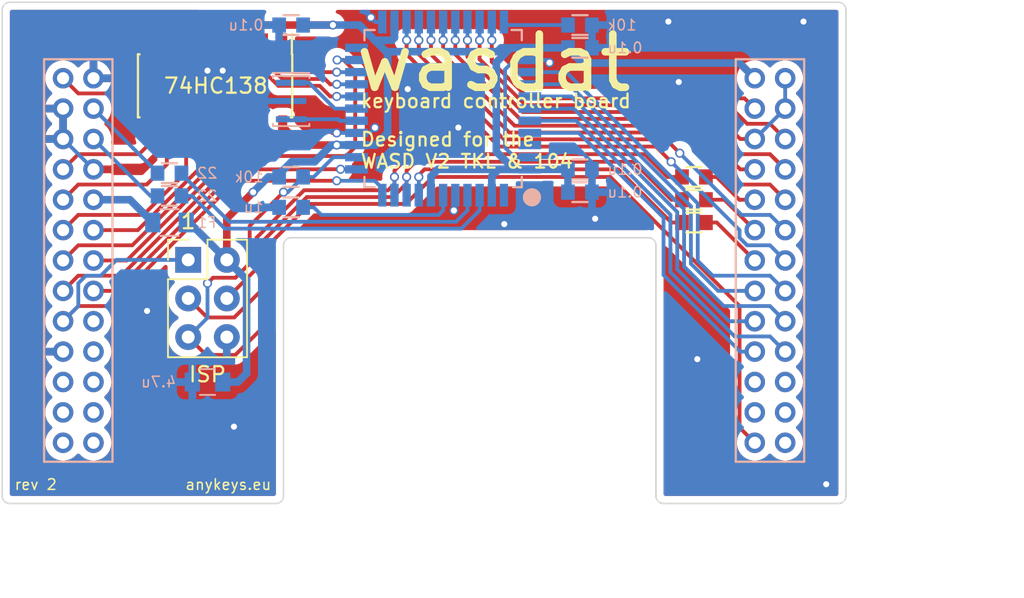
<source format=kicad_pcb>
(kicad_pcb (version 20210228) (generator pcbnew)
  (layers (0 "F.Cu" signal) (31 "B.Cu" signal) (34 "B.Paste" user) (35 "F.Paste" user) (36 "B.SilkS" user "B.Silkscreen") (37 "F.SilkS" user "F.Silkscreen") (38 "B.Mask" user) (39 "F.Mask" user) (44 "Edge.Cuts" user))
  (net 0 "")
  (net 1 "GND")
  (net 2 "VCC")
  (net 3 "Net-(C6-Pad1)")
  (net 4 "D+")
  (net 5 "D-")
  (net 6 "col1")
  (net 7 "row7")
  (net 8 "row6")
  (net 9 "row5")
  (net 10 "row4")
  (net 11 "row3")
  (net 12 "row2")
  (net 13 "row1")
  (net 14 "LED_caps")
  (net 15 "LED_scroll")
  (net 16 "col4")
  (net 17 "col3")
  (net 18 "col2")
  (net 19 "col0")
  (net 20 "DIP_1")
  (net 21 "Net-(H2-Pad13)")
  (net 22 "Net-(H2-Pad11)")
  (net 23 "col5")
  (net 24 "Net-(H2-Pad9)")
  (net 25 "LED_num")
  (net 26 "row0")
  (net 27 "MISO")
  (net 28 "col14")
  (net 29 "col13")
  (net 30 "col12")
  (net 31 "col11")
  (net 32 "col10")
  (net 33 "col9")
  (net 34 "col8")
  (net 35 "col7")
  (net 36 "col6")
  (net 37 "A0")
  (net 38 "A1")
  (net 39 "A2")
  (net 40 "Net-(F1-Pad2)")
  (net 41 "Net-(U1-Pad16)")
  (net 42 "Net-(U1-Pad17)")
  (net 43 "Net-(R1-Pad1)")
  (net 44 "Net-(R2-Pad1)")
  (net 45 "Net-(R4-Pad1)")
  (footprint "footprints:PinHeader_2x13_P2.00mm_Vertical" (layer "F.Cu") (at 4 5)
    (fp_text reference "H1" hide)
    (fp_text value "Left")
  )
  (footprint "Keeb_components:isp_standard" (layer "F.Cu") (at 13.5 19.5)
    (fp_text reference "J1" hide)
    (fp_text value "ISP")
  )
  (footprint "footprints:PinHeader_2x13_P2.00mm_Vertical" (layer "F.Cu") (at 49.5 5)
    (fp_text reference "H2" hide)
    (fp_text value "Right")
  )
  (footprint "Keeb_components:R_0603" (layer "F.Cu") (at 45.5 13 180)
    (fp_text reference "R6" hide)
    (fp_text value "1k" hide)
  )
  (footprint "Package_SO:SOIC-16_3.9x9.9mm_P1.27mm" (layer "F.Cu") (at 14 5.5 -90)
    (fp_text reference "U2" hide)
    (fp_text value "74HC138")
  )
  (footprint "Keeb_components:R_0603" (layer "F.Cu") (at 45.5 14.5 180)
    (fp_text reference "R7" hide)
    (fp_text value "1k" hide)
  )
  (footprint "Keeb_components:R_0603" (layer "F.Cu") (at 45.5 11.5 180)
    (fp_text reference "R5" hide)
    (fp_text value "1k" hide)
  )
  (footprint "Keeb_components:C_0603" (layer "B.Cu") (at 38 11)
    (fp_text reference "C4" hide)
    (fp_text value "0.1u")
  )
  (footprint "Keeb_components:C_0603" (layer "B.Cu") (at 19 13.5 180)
    (fp_text reference "C6" hide)
    (fp_text value "1u")
  )
  (footprint "Keeb_components:C_0603" (layer "B.Cu") (at 19 1.5 180)
    (fp_text reference "C1" hide)
    (fp_text value "0.1u")
  )
  (footprint "Keeb_components:C_0603" (layer "B.Cu") (at 38 3)
    (fp_text reference "C2" hide)
    (fp_text value "0.1u")
  )
  (footprint "Keeb_components:R_0603" (layer "B.Cu") (at 38 1.5)
    (fp_text reference "R4" hide)
    (fp_text value "10k")
  )
  (footprint "Keeb_components:C_0603" (layer "B.Cu") (at 38 12.5)
    (fp_text reference "C3" hide)
    (fp_text value "0.1u")
  )
  (footprint "Keeb_components:R_0603" (layer "B.Cu") (at 19 11.5)
    (fp_text reference "R3" hide)
    (fp_text value "10k")
  )
  (footprint "Keeb_components:R_0603" (layer "B.Cu") (at 11 11.25 180)
    (fp_text reference "R1" hide)
    (fp_text value "22")
  )
  (footprint "Keeb_components:R_0603" (layer "B.Cu") (at 11 12.75 180)
    (fp_text reference "R2" hide)
    (fp_text value "22")
  )
  (footprint "Keeb_components:Resonator_SMD_muRata_CSTNExxV-3Pin-p1.2" (layer "B.Cu") (at 19 6.5 -90)
    (fp_text reference "X1" hide)
    (fp_text value "16mhz")
  )
  (footprint "Keeb_components:C_0805" (layer "B.Cu") (at 13.5 25 180)
    (fp_text reference "C5")
    (fp_text value "4.7u")
  )
  (footprint "Keeb_components:R_0805" (layer "B.Cu") (at 11 14.5 180)
    (fp_text reference "F1")
    (fp_text value "Polyfuse_Small" hide)
  )
  (footprint "Keeb_components:ATMEGA32U4" (layer "B.Cu") (at 29 7 90)
    (fp_text reference "U1" hide)
    (fp_text value "ATmega32U4")
  )
  (gr_arc (start 0.5 0.5) (end 0.5 0) (angle -90) (layer "Edge.Cuts") (width 0.1))
  (gr_line (start 0.5 0) (end 55 0) (layer "Edge.Cuts") (width 0.1))
  (gr_arc (start 19 16) (end 19 15.5) (angle -90) (layer "Edge.Cuts") (width 0.1))
  (gr_line (start 18 33) (end 0.5 33) (layer "Edge.Cuts") (width 0.1))
  (gr_arc (start 18 32.5) (end 18 33) (angle -90) (layer "Edge.Cuts") (width 0.1))
  (gr_line (start 55.5 0.5) (end 55.5 32.5) (layer "Edge.Cuts") (width 0.1))
  (gr_line (start 18.5 16) (end 18.5 32.5) (layer "Edge.Cuts") (width 0.1))
  (gr_line (start 55 33) (end 43.5 33) (layer "Edge.Cuts") (width 0.1))
  (gr_line (start 42.5 15.5) (end 19 15.5) (layer "Edge.Cuts") (width 0.1))
  (gr_arc (start 42.5 16) (end 43 16) (angle -90) (layer "Edge.Cuts") (width 0.1))
  (gr_line (start 0 0.5) (end 0 32.5) (layer "Edge.Cuts") (width 0.1))
  (gr_arc (start 43.5 32.5) (end 43 32.5) (angle -90) (layer "Edge.Cuts") (width 0.1))
  (gr_line (start 43 32.5) (end 43 16) (layer "Edge.Cuts") (width 0.1))
  (gr_arc (start 0.5 32.5) (end 0 32.5) (angle -90) (layer "Edge.Cuts") (width 0.1))
  (gr_arc (start 55 32.5) (end 55 33) (angle -90) (layer "Edge.Cuts") (width 0.1))
  (gr_arc (start 55 0.5) (end 55.5 0.5) (angle -90) (layer "Edge.Cuts") (width 0.1))
  (gr_text "anykeys.eu" (at 17.75 31.75) (layer "F.SilkS") (effects (font (size 0.7 0.7) (thickness 0.1)) (justify right)))
  (gr_text "wasdat" (at 23 4) (layer "F.SilkS") (effects (font (size 3.5 3.5) (thickness 0.5)) (justify left)))
  (gr_text "Designed for the\nWASD V2 TKL & 104" (at 23.5 9.75) (layer "F.SilkS") (effects (font (size 0.9 0.9)) (justify left)))
  (gr_text "rev 2" (at 0.75 31.75) (layer "F.SilkS") (effects (font (size 0.7 0.7) (thickness 0.1)) (justify left)))
  (gr_text "keyboard controller board" (at 23.5 6.5) (layer "F.SilkS") (effects (font (size 0.9 0.9)) (justify left)))
  (segment (start 13.365 4.365) (end 13.5 4.5) (width 0.25) (layer "F.Cu") (net 1))
  (segment (start 14.635 4.365) (end 14.5 4.5) (width 0.25) (layer "F.Cu") (net 1))
  (segment (start 13.365 2.8) (end 13.365 4.365) (width 0.25) (layer "F.Cu") (net 1))
  (segment (start 21.696892 8.600006) (end 21.431268 8.334382) (width 0.25) (layer "F.Cu") (net 1))
  (segment (start 14.635 2.8) (end 14.635 4.365) (width 0.25) (layer "F.Cu") (net 1))
  (segment (start 22 8.600006) (end 21.696892 8.600006) (width 0.25) (layer "F.Cu") (net 1))
  (via (at 22 8.600006) (size 0.6) (drill 0.4) (layers "F.Cu" "B.Cu") (net 1))
  (via (at 52.705 1.27) (size 0.6) (drill 0.4) (layers "F.Cu" "B.Cu") (net 1))
  (via (at 44.5 5.25) (size 0.6) (drill 0.4) (layers "F.Cu" "B.Cu") (net 1))
  (via (at 26.67 5.715) (size 0.6) (drill 0.4) (layers "F.Cu" "B.Cu") (net 1))
  (via (at 36 3.975) (size 0.6) (drill 0.4) (layers "F.Cu" "B.Cu") (net 1))
  (via (at 45.72 23.495) (size 0.6) (drill 0.4) (layers "F.Cu" "B.Cu") (net 1))
  (via (at 13.5 4.5) (size 0.6) (drill 0.4) (layers "F.Cu" "B.Cu") (net 1))
  (via (at 24.25 1) (size 0.6) (drill 0.4) (layers "F.Cu" "B.Cu") (net 1))
  (via (at 33.02 14.605) (size 0.6) (drill 0.4) (layers "F.Cu" "B.Cu") (net 1))
  (via (at 15.24 27.94) (size 0.6) (drill 0.4) (layers "F.Cu" "B.Cu") (net 1))
  (via (at 9.525 20.32) (size 0.6) (drill 0.4) (layers "F.Cu" "B.Cu") (net 1))
  (via (at 54.200087 31.73161) (size 0.6) (drill 0.4) (layers "F.Cu" "B.Cu") (net 1))
  (via (at 29.708058 13.708058) (size 0.6) (drill 0.4) (layers "F.Cu" "B.Cu") (net 1))
  (via (at 30 8.25) (size 0.6) (drill 0.4) (layers "F.Cu" "B.Cu") (net 1))
  (via (at 14.5 4.5) (size 0.6) (drill 0.4) (layers "F.Cu" "B.Cu") (net 1))
  (via (at 43.815 1.27) (size 0.6) (drill 0.4) (layers "F.Cu" "B.Cu") (net 1))
  (via (at 24.516004 8.256223) (size 0.6) (drill 0.4) (layers "F.Cu" "B.Cu") (net 1))
  (via (at 39 14.25) (size 0.6) (drill 0.4) (layers "F.Cu" "B.Cu") (net 1))
  (segment (start 33.7 3.8) (end 33.07501 4.42499) (width 0.25) (layer "B.Cu") (net 1))
  (segment (start 4 9) (end 6 11) (width 0.25) (layer "B.Cu") (net 1))
  (segment (start 38.7875 11) (end 38.7875 12.5) (width 0.25) (layer "B.Cu") (net 1))
  (segment (start 35.825 3.8) (end 36 3.975) (width 0.25) (layer "B.Cu") (net 1))
  (segment (start 24.172227 8.6) (end 24.516004 8.256223) (width 0.25) (layer "B.Cu") (net 1))
  (segment (start 38.7875 12.5) (end 38.7875 14.0375) (width 0.25) (layer "B.Cu") (net 1))
  (segment (start 33.7 10.2) (end 34.7 10.2) (width 0.25) (layer "B.Cu") (net 1))
  (segment (start 38.7875 10.5375) (end 38 9.75) (width 0.25) (layer "B.Cu") (net 1))
  (segment (start 38.7875 14.0375) (end 39 14.25) (width 0.25) (layer "B.Cu") (net 1))
  (segment (start 36.2 10.2) (end 34.7 10.2) (width 0.25) (layer "B.Cu") (net 1))
  (segment (start 23.3 8.6) (end 24.172227 8.6) (width 0.25) (layer "B.Cu") (net 1))
  (segment (start 29.8 13.616116) (end 29.708058 13.708058) (width 0.25) (layer "B.Cu") (net 1))
  (segment (start 29.8 12.7) (end 29.8 13.616116) (width 0.25) (layer "B.Cu") (net 1))
  (segment (start 24.55 1.3) (end 24.25 1) (width 0.25) (layer "B.Cu") (net 1))
  (segment (start 33.07501 9.57501) (end 33.7 10.2) (width 0.25) (layer "B.Cu") (net 1))
  (segment (start 38.7875 11) (end 38.7875 10.5375) (width 0.25) (layer "B.Cu") (net 1))
  (segment (start 25 1.3) (end 24.55 1.3) (width 0.25) (layer "B.Cu") (net 1))
  (segment (start 36.65 9.75) (end 36.2 10.2) (width 0.25) (layer "B.Cu") (net 1))
  (segment (start 33.07501 4.42499) (end 33.07501 9.57501) (width 0.25) (layer "B.Cu") (net 1))
  (segment (start 22.000006 8.6) (end 22 8.600006) (width 0.25) (layer "B.Cu") (net 1))
  (segment (start 38 9.75) (end 36.65 9.75) (width 0.25) (layer "B.Cu") (net 1))
  (segment (start 23.3 8.6) (end 22.000006 8.6) (width 0.25) (layer "B.Cu") (net 1))
  (segment (start 34.7 3.8) (end 35.825 3.8) (width 0.25) (layer "B.Cu") (net 1))
  (segment (start 34.7 3.8) (end 33.7 3.8) (width 0.25) (layer "B.Cu") (net 1))
  (segment (start 12.095 2.35) (end 12.945 1.5) (width 0.5) (layer "F.Cu") (net 2))
  (segment (start 12.945 1.5) (end 21.75 1.5) (width 0.5) (layer "F.Cu") (net 2))
  (segment (start 19.645009 9.400009) (end 18.445 8.2) (width 0.5) (layer "F.Cu") (net 2))
  (segment (start 22 9.400009) (end 19.645009 9.400009) (width 0.5) (layer "F.Cu") (net 2))
  (segment (start 14.77 16.96) (end 14.77 14.23) (width 0.5) (layer "F.Cu") (net 2))
  (segment (start 14.77 14.23) (end 16.5 12.5) (width 0.5) (layer "F.Cu") (net 2))
  (segment (start 12.095 2.8) (end 12.095 2.35) (width 0.5) (layer "F.Cu") (net 2))
  (via (at 22 9.400009) (size 0.6) (drill 0.4) (layers "F.Cu" "B.Cu") (net 2))
  (via (at 21.75 1.5) (size 0.6) (drill 0.4) (layers "F.Cu" "B.Cu") (net 2))
  (via (at 16.5 12.5) (size 0.6) (drill 0.4) (layers "F.Cu" "B.Cu") (net 2))
  (segment (start 15.5 25) (end 16.070001 24.429999) (width 0.5) (layer "B.Cu") (net 2))
  (segment (start 25.8 2.335002) (end 25.635001 2.500001) (width 0.5) (layer "B.Cu") (net 2))
  (segment (start 34.7 11) (end 33.664998 11) (width 0.5) (layer "B.Cu") (net 2))
  (segment (start 32.810014 3) (end 32.560013 3.250001) (width 0.5) (layer "B.Cu") (net 2))
  (segment (start 21.75 1.5) (end 19.7875 1.5) (width 0.5) (layer "B.Cu") (net 2))
  (segment (start 20.547502 10.5) (end 19.027498 10.5) (width 0.5) (layer "B.Cu") (net 2))
  (segment (start 37.2125 3.05) (end 37.2125 3) (width 0.5) (layer "B.Cu") (net 2))
  (segment (start 17.5 11.5) (end 16.5 12.5) (width 0.5) (layer "B.Cu") (net 2))
  (segment (start 22.000009 9.4) (end 22 9.400009) (width 0.5) (layer "B.Cu") (net 2))
  (segment (start 25.635001 2.500001) (end 24.500001 2.500001) (width 0.5) (layer "B.Cu") (net 2))
  (segment (start 24.500001 2.500001) (end 23.5 1.5) (width 0.5) (layer "B.Cu") (net 2))
  (segment (start 32.65 11) (end 32.2 11.45) (width 0.5) (layer "B.Cu") (net 2))
  (segment (start 25.8 1.3) (end 25.8 2.335002) (width 0.5) (layer "B.Cu") (net 2))
  (segment (start 23.3 9.4) (end 21.647502 9.4) (width 0.5) (layer "B.Cu") (net 2))
  (segment (start 33.664998 11) (end 28.65 11) (width 0.5) (layer "B.Cu") (net 2))
  (segment (start 48.5 4) (end 49.5 5) (width 0.5) (layer "B.Cu") (net 2))
  (segment (start 34.7 3) (end 32.810014 3) (width 0.5) (layer "B.Cu") (net 2))
  (segment (start 25.35 8.6) (end 25.35 7.9) (width 0.5) (layer "B.Cu") (net 2))
  (segment (start 33.45 3) (end 34.7 3) (width 0.5) (layer "B.Cu") (net 2))
  (segment (start 12.31 14.5) (end 14.77 16.96) (width 0.5) (layer "B.Cu") (net 2))
  (segment (start 23.3 9.4) (end 22.000009 9.4) (width 0.5) (layer "B.Cu") (net 2))
  (segment (start 18.2125 11.5) (end 17.5 11.5) (width 0.5) (layer "B.Cu") (net 2))
  (segment (start 14.5 25) (end 15.5 25) (width 0.5) (layer "B.Cu") (net 2))
  (segment (start 28.2 11.45) (end 28.2 12.7) (width 0.5) (layer "B.Cu") (net 2))
  (segment (start 32.560013 3.250001) (end 25.250001 3.250001) (width 0.5) (layer "B.Cu") (net 2))
  (segment (start 32.2 11.45) (end 32.2 12.7) (width 0.5) (layer "B.Cu") (net 2))
  (segment (start 38.1625 4) (end 48.5 4) (width 0.5) (layer "B.Cu") (net 2))
  (segment (start 28.65 11) (end 28.2 11.45) (width 0.5) (layer "B.Cu") (net 2))
  (segment (start 32.5 3.95) (end 33.45 3) (width 0.5) (layer "B.Cu") (net 2))
  (segment (start 37.2125 11) (end 34.7 11) (width 0.5) (layer "B.Cu") (net 2))
  (segment (start 23.5 1.5) (end 22.5 1.5) (width 0.5) (layer "B.Cu") (net 2))
  (segment (start 25.250001 3.250001) (end 24.500001 2.500001) (width 0.5) (layer "B.Cu") (net 2))
  (segment (start 16.070001 18.260001) (end 15.619999 17.809999) (width 0.5) (layer "B.Cu") (net 2))
  (segment (start 37.2125 3) (end 34.7 3) (width 0.5) (layer "B.Cu") (net 2))
  (segment (start 15.619999 17.809999) (end 14.77 16.96) (width 0.5) (layer "B.Cu") (net 2))
  (segment (start 24.55 9.4) (end 25.35 8.6) (width 0.5) (layer "B.Cu") (net 2))
  (segment (start 37.2125 3.05) (end 38.1625 4) (width 0.5) (layer "B.Cu") (net 2))
  (segment (start 33.664998 11) (end 32.5 9.835002) (width 0.5) (layer "B.Cu") (net 2))
  (segment (start 19.027498 10.5) (end 18.2125 11.314998) (width 0.5) (layer "B.Cu") (net 2))
  (segment (start 34.7 11) (end 32.65 11) (width 0.5) (layer "B.Cu") (net 2))
  (segment (start 21.647502 9.4) (end 20.547502 10.5) (width 0.5) (layer "B.Cu") (net 2))
  (segment (start 18.2125 11.314998) (end 18.2125 11.5) (width 0.5) (layer "B.Cu") (net 2))
  (segment (start 12.1 14.5) (end 12.31 14.5) (width 0.5) (layer "B.Cu") (net 2))
  (segment (start 23.3 9.4) (end 24.55 9.4) (width 0.5) (layer "B.Cu") (net 2))
  (segment (start 25.35 7.9) (end 25.35 3.35) (width 0.5) (layer "B.Cu") (net 2))
  (segment (start 16.070001 24.429999) (end 16.070001 18.260001) (width 0.5) (layer "B.Cu") (net 2))
  (segment (start 22.5 1.5) (end 21.75 1.5) (width 0.5) (layer "B.Cu") (net 2))
  (segment (start 37.2125 12.5) (end 37.2125 11) (width 0.5) (layer "B.Cu") (net 2))
  (segment (start 32.5 9.835002) (end 32.5 3.95) (width 0.5) (layer "B.Cu") (net 2))
  (segment (start 25.35 3.35) (end 25.250001 3.250001) (width 0.5) (layer "B.Cu") (net 2))
  (segment (start 29 13.7) (end 29 12.7) (width 0.25) (layer "B.Cu") (net 3))
  (segment (start 20.4875 13.5) (end 20.9875 14) (width 0.25) (layer "B.Cu") (net 3))
  (segment (start 19.7875 13.5) (end 20.4875 13.5) (width 0.25) (layer "B.Cu") (net 3))
  (segment (start 20.9875 14) (end 28.7 14) (width 0.25) (layer "B.Cu") (net 3))
  (segment (start 28.7 14) (end 29 13.7) (width 0.25) (layer "B.Cu") (net 3))
  (segment (start 10.2125 11.2125) (end 10.2125 11.25) (width 0.25) (layer "B.Cu") (net 4))
  (segment (start 6 7) (end 10.2125 11.2125) (width 0.25) (layer "B.Cu") (net 4))
  (segment (start 9.75 12.75) (end 10.2125 12.75) (width 0.25) (layer "B.Cu") (net 5))
  (segment (start 6 9) (end 9.75 12.75) (width 0.25) (layer "B.Cu") (net 5))
  (segment (start 33.506076 6.493926) (end 33.506074 6.493926) (width 0.25) (layer "F.Cu") (net 6))
  (segment (start 30.600006 3) (end 30.600006 3.587857) (width 0.25) (layer "F.Cu") (net 6))
  (segment (start 30.600006 3.587858) (end 30.600006 2.5) (width 0.25) (layer "F.Cu") (net 6))
  (segment (start 30.600006 3.587857) (end 31.506074 4.493926) (width 0.25) (layer "F.Cu") (net 6))
  (segment (start 31.506074 4.493926) (end 30.600006 3.587858) (width 0.25) (layer "F.Cu") (net 6))
  (segment (start 46.770427 7.225021) (end 34.23717 7.22502) (width 0.25) (layer "F.Cu") (net 6))
  (segment (start 34.23717 7.22502) (end 33.506076 6.493926) (width 0.25) (layer "F.Cu") (net 6))
  (segment (start 48.545406 9) (end 46.770427 7.225021) (width 0.25) (layer "F.Cu") (net 6))
  (segment (start 49.5 9) (end 48.545406 9) (width 0.25) (layer "F.Cu") (net 6))
  (segment (start 31.506074 4.493926) (end 33.506074 6.493926) (width 0.25) (layer "F.Cu") (net 6))
  (via (at 30.600006 2.5) (size 0.6) (drill 0.4) (layers "F.Cu" "B.Cu") (net 6))
  (segment (start 49.5 9) (end 50.174999 8.325001) (width 0.25) (layer "B.Cu") (net 6))
  (segment (start 51.5 7) (end 51.5 5) (width 0.25) (layer "B.Cu") (net 6))
  (segment (start 50.174999 8.325001) (end 51.5 7) (width 0.25) (layer "B.Cu") (net 6))
  (segment (start 30.6 2.499994) (end 30.600006 2.5) (width 0.25) (layer "B.Cu") (net 6))
  (segment (start 30.6 1.3) (end 30.6 2.499994) (width 0.25) (layer "B.Cu") (net 6))
  (segment (start 43.95001 15.70001) (end 43.95001 16.29999) (width 0.25) (layer "B.Cu") (net 7))
  (segment (start 43.95001 15.54999) (end 43.95001 15.70001) (width 0.25) (layer "B.Cu") (net 7))
  (segment (start 50.5 22) (end 51.5 23) (width 0.25) (layer "B.Cu") (net 7))
  (segment (start 43.95001 13.991098) (end 43.95001 15.54999) (width 0.25) (layer "B.Cu") (net 7))
  (segment (start 50 22) (end 50.5 22) (width 0.25) (layer "B.Cu") (net 7))
  (segment (start 43.95001 16.29999) (end 43.95001 16.8136) (width 0.25) (layer "B.Cu") (net 7))
  (segment (start 43.95001 16.29999) (end 43.95001 17.768194) (width 0.25) (layer "B.Cu") (net 7))
  (segment (start 37.758912 7.8) (end 43.95001 13.991098) (width 0.25) (layer "B.Cu") (net 7))
  (segment (start 34.7 7.8) (end 37.758912 7.8) (width 0.25) (layer "B.Cu") (net 7))
  (segment (start 43.95001 17.768194) (end 48.181816 22) (width 0.25) (layer "B.Cu") (net 7))
  (segment (start 50 22) (end 49 22) (width 0.25) (layer "B.Cu") (net 7))
  (segment (start 48.181816 22) (end 49 22) (width 0.25) (layer "B.Cu") (net 7))
  (segment (start 48.545406 23) (end 49.5 23) (width 0.25) (layer "B.Cu") (net 8))
  (segment (start 37.922502 8.6) (end 43.5 14.177498) (width 0.25) (layer "B.Cu") (net 8))
  (segment (start 43.5 17.954594) (end 48.545406 23) (width 0.25) (layer "B.Cu") (net 8))
  (segment (start 43.5 14.177498) (end 43.5 17.954594) (width 0.25) (layer "B.Cu") (net 8))
  (segment (start 34.7 8.6) (end 37.922502 8.6) (width 0.25) (layer "B.Cu") (net 8))
  (segment (start 44.85003 17.395394) (end 47.454637 20.000001) (width 0.25) (layer "B.Cu") (net 9))
  (segment (start 34.7 6.2) (end 37.431732 6.2) (width 0.25) (layer "B.Cu") (net 9))
  (segment (start 47.454637 20.000001) (end 50.5 20) (width 0.25) (layer "B.Cu") (net 9))
  (segment (start 44.85003 13.618298) (end 44.85003 17.395394) (width 0.25) (layer "B.Cu") (net 9))
  (segment (start 37.431732 6.2) (end 44.85003 13.618298) (width 0.25) (layer "B.Cu") (net 9))
  (segment (start 50.5 20) (end 51.5 21) (width 0.25) (layer "B.Cu") (net 9))
  (segment (start 47.818226 21) (end 49.5 21) (width 0.25) (layer "B.Cu") (net 10))
  (segment (start 34.7 7) (end 37.595322 7) (width 0.25) (layer "B.Cu") (net 10))
  (segment (start 44.40002 13.804698) (end 44.40002 17.581794) (width 0.25) (layer "B.Cu") (net 10))
  (segment (start 37.595322 7) (end 44.40002 13.804698) (width 0.25) (layer "B.Cu") (net 10))
  (segment (start 44.40002 17.581794) (end 47.818226 21) (width 0.25) (layer "B.Cu") (net 10))
  (segment (start 50.5 18) (end 51.5 19) (width 0.25) (layer "B.Cu") (net 11))
  (segment (start 34.7 4.6) (end 37.104552 4.6) (width 0.25) (layer "B.Cu") (net 11))
  (segment (start 45.75005 13.245498) (end 45.75005 17.022594) (width 0.25) (layer "B.Cu") (net 11))
  (segment (start 46.727457 18.000001) (end 50.5 18) (width 0.25) (layer "B.Cu") (net 11))
  (segment (start 37.104552 4.6) (end 45.75005 13.245498) (width 0.25) (layer "B.Cu") (net 11))
  (segment (start 45.75005 17.022594) (end 46.727457 18.000001) (width 0.25) (layer "B.Cu") (net 11))
  (segment (start 45.30004 13.431898) (end 45.30004 17.208994) (width 0.25) (layer "B.Cu") (net 12))
  (segment (start 34.7 5.4) (end 37.268142 5.4) (width 0.25) (layer "B.Cu") (net 12))
  (segment (start 45.30004 17.208994) (end 47.091046 19) (width 0.25) (layer "B.Cu") (net 12))
  (segment (start 37.268142 5.4) (end 45.30004 13.431898) (width 0.25) (layer "B.Cu") (net 12))
  (segment (start 47.091046 19) (end 49.5 19) (width 0.25) (layer "B.Cu") (net 12))
  (segment (start 26.599991 2.5) (end 26.599991 3.424265) (width 0.25) (layer "F.Cu") (net 13))
  (segment (start 32.675727 9.5) (end 43 9.5) (width 0.25) (layer "F.Cu") (net 13))
  (segment (start 26.6 3.424273) (end 26.768345 3.592618) (width 0.25) (layer "F.Cu") (net 13))
  (segment (start 26.6 2.570337) (end 26.6 3.424273) (width 0.25) (layer "F.Cu") (net 13))
  (segment (start 27.087863 3.912137) (end 32.675727 9.5) (width 0.25) (layer "F.Cu") (net 13))
  (segment (start 26.599991 3.424265) (end 27.087863 3.912137) (width 0.25) (layer "F.Cu") (net 13))
  (segment (start 43 9.5) (end 44 10.5) (width 0.25) (layer "F.Cu") (net 13))
  (segment (start 26.768345 3.592618) (end 27.087863 3.912137) (width 0.25) (layer "F.Cu") (net 13))
  (via (at 44 10.5) (size 0.6) (drill 0.4) (layers "F.Cu" "B.Cu") (net 13))
  (via (at 26.599991 2.5) (size 0.6) (drill 0.4) (layers "F.Cu" "B.Cu") (net 13))
  (segment (start 50.5 16) (end 51.5 17) (width 0.25) (layer "B.Cu") (net 13))
  (segment (start 44 10.5) (end 48.499999 14.999999) (width 0.25) (layer "B.Cu") (net 13))
  (segment (start 48.499999 15.499999) (end 49 16) (width 0.25) (layer "B.Cu") (net 13))
  (segment (start 26.6 2.499991) (end 26.599991 2.5) (width 0.25) (layer "B.Cu") (net 13))
  (segment (start 26.6 1.3) (end 26.6 2.570337) (width 0.25) (layer "B.Cu") (net 13))
  (segment (start 49 16) (end 50.5 16) (width 0.25) (layer "B.Cu") (net 13))
  (segment (start 48.499999 14.999999) (end 48.499999 15.499999) (width 0.25) (layer "B.Cu") (net 13))
  (segment (start 26.6 1.3) (end 26.6 2.499991) (width 0.25) (layer "B.Cu") (net 13))
  (segment (start 27.399994 11.375001) (end 27.399994 11.5) (width 0.25) (layer "F.Cu") (net 14))
  (segment (start 27.774995 11) (end 27.399994 11.375001) (width 0.25) (layer "F.Cu") (net 14))
  (segment (start 40.5125 11) (end 27.774995 11) (width 0.25) (layer "F.Cu") (net 14))
  (segment (start 44.0125 14.5) (end 40.5125 11) (width 0.25) (layer "F.Cu") (net 14))
  (segment (start 44.7125 14.5) (end 44.0125 14.5) (width 0.25) (layer "F.Cu") (net 14))
  (via (at 27.399994 11.5) (size 0.6) (drill 0.4) (layers "F.Cu" "B.Cu") (net 14))
  (segment (start 27.4 12.7) (end 27.4 11.500006) (width 0.25) (layer "B.Cu") (net 14))
  (segment (start 27.4 11.500006) (end 27.399994 11.5) (width 0.25) (layer "B.Cu") (net 14))
  (segment (start 15.259002 20.75) (end 17.17499 18.834012) (width 0.25) (layer "F.Cu") (net 15))
  (segment (start 26.599991 11.924264) (end 26.599991 11.5) (width 0.25) (layer "F.Cu") (net 15))
  (segment (start 27.175727 10.5) (end 26.599991 11.075736) (width 0.25) (layer "F.Cu") (net 15))
  (segment (start 13.48 20.75) (end 15.259002 20.75) (width 0.25) (layer "F.Cu") (net 15))
  (segment (start 44.0125 13) (end 41.5125 10.5) (width 0.25) (layer "F.Cu") (net 15))
  (segment (start 26.599991 11.075736) (end 26.599991 11.5) (width 0.25) (layer "F.Cu") (net 15))
  (segment (start 17.17499 15.6886) (end 20.038579 12.825011) (width 0.25) (layer "F.Cu") (net 15))
  (segment (start 12.23 19.5) (end 13.48 20.75) (width 0.25) (layer "F.Cu") (net 15))
  (segment (start 41.5125 10.5) (end 27.175727 10.5) (width 0.25) (layer "F.Cu") (net 15))
  (segment (start 20.038579 12.825011) (end 25.699244 12.825011) (width 0.25) (layer "F.Cu") (net 15))
  (segment (start 17.17499 18.834012) (end 17.17499 15.6886) (width 0.25) (layer "F.Cu") (net 15))
  (segment (start 25.699244 12.825011) (end 26.599991 11.924264) (width 0.25) (layer "F.Cu") (net 15))
  (segment (start 44.7125 13) (end 44.0125 13) (width 0.25) (layer "F.Cu") (net 15))
  (via (at 26.599991 11.5) (size 0.6) (drill 0.4) (layers "F.Cu" "B.Cu") (net 15))
  (segment (start 26.6 11.500009) (end 26.599991 11.5) (width 0.25) (layer "B.Cu") (net 15))
  (segment (start 26.6 12.7) (end 26.6 11.500009) (width 0.25) (layer "B.Cu") (net 15))
  (segment (start 50.5 10) (end 50.825001 10.325001) (width 0.25) (layer "F.Cu") (net 16))
  (segment (start 29.800003 3.424264) (end 34.05077 7.67503) (width 0.25) (layer "F.Cu") (net 16))
  (segment (start 46.17503 7.67503) (end 48.5 10) (width 0.25) (layer "F.Cu") (net 16))
  (segment (start 50.825001 10.325001) (end 51.5 11) (width 0.25) (layer "F.Cu") (net 16))
  (segment (start 29.800003 3.424264) (end 29.800003 3) (width 0.25) (layer "F.Cu") (net 16))
  (segment (start 48.5 10) (end 50.5 10) (width 0.25) (layer "F.Cu") (net 16))
  (segment (start 51.5 11) (end 50.5 10) (width 0.25) (layer "F.Cu") (net 16))
  (segment (start 34.05077 7.67503) (end 46.17503 7.67503) (width 0.25) (layer "F.Cu") (net 16))
  (segment (start 29.800003 2.5) (end 29.800003 3.424264) (width 0.25) (layer "F.Cu") (net 16))
  (via (at 29.800003 2.5) (size 0.6) (drill 0.4) (layers "F.Cu" "B.Cu") (net 16))
  (segment (start 29.8 2.499997) (end 29.800003 2.5) (width 0.25) (layer "B.Cu") (net 16))
  (segment (start 29.8 1.3) (end 29.8 2.499997) (width 0.25) (layer "B.Cu") (net 16))
  (segment (start 29 3.424264) (end 33.700775 8.125039) (width 0.25) (layer "F.Cu") (net 17))
  (segment (start 45.670446 8.12504) (end 48.545406 11) (width 0.25) (layer "F.Cu") (net 17))
  (segment (start 33.700775 8.125039) (end 45.670446 8.12504) (width 0.25) (layer "F.Cu") (net 17))
  (segment (start 48.545406 11) (end 49.5 11) (width 0.25) (layer "F.Cu") (net 17))
  (segment (start 29 2.5) (end 29 3.424264) (width 0.25) (layer "F.Cu") (net 17))
  (via (at 29 2.5) (size 0.6) (drill 0.4) (layers "F.Cu" "B.Cu") (net 17))
  (segment (start 29 1.3) (end 29 2.5) (width 0.25) (layer "B.Cu") (net 17))
  (segment (start 50.5 8) (end 49 8) (width 0.25) (layer "F.Cu") (net 18))
  (segment (start 31.400009 3.75145) (end 31.400009 3) (width 0.25) (layer "F.Cu") (net 18))
  (segment (start 34.423571 6.775011) (end 31.82428 4.17572) (width 0.25) (layer "F.Cu") (net 18))
  (segment (start 31.82428 4.17572) (end 31.400009 3.75145) (width 0.25) (layer "F.Cu") (net 18))
  (segment (start 49 8) (end 47.775011 6.775011) (width 0.25) (layer "F.Cu") (net 18))
  (segment (start 31.400009 2.5) (end 31.400009 3.751449) (width 0.25) (layer "F.Cu") (net 18))
  (segment (start 51.5 9) (end 50.5 8) (width 0.25) (layer "F.Cu") (net 18))
  (segment (start 31.400009 3.751449) (end 31.82428 4.17572) (width 0.25) (layer "F.Cu") (net 18))
  (segment (start 47.775011 6.775011) (end 34.423571 6.775011) (width 0.25) (layer "F.Cu") (net 18))
  (via (at 31.400009 2.5) (size 0.6) (drill 0.4) (layers "F.Cu" "B.Cu") (net 18))
  (segment (start 31.4 1.3) (end 31.4 2.499991) (width 0.25) (layer "B.Cu") (net 18))
  (segment (start 31.4 2.499991) (end 31.400009 2.5) (width 0.25) (layer "B.Cu") (net 18))
  (segment (start 32.200012 2.5) (end 32.200012 3.915044) (width 0.25) (layer "F.Cu") (net 19))
  (segment (start 32.200012 3.915044) (end 32.642484 4.357516) (width 0.25) (layer "F.Cu") (net 19))
  (segment (start 34.609969 6.325001) (end 32.642484 4.357516) (width 0.25) (layer "F.Cu") (net 19))
  (segment (start 48.825001 6.325001) (end 34.609969 6.325001) (width 0.25) (layer "F.Cu") (net 19))
  (segment (start 49.5 7) (end 48.825001 6.325001) (width 0.25) (layer "F.Cu") (net 19))
  (segment (start 32.642484 4.357516) (end 32.200012 3.915043) (width 0.25) (layer "F.Cu") (net 19))
  (segment (start 32.200012 3.915043) (end 32.200012 3) (width 0.25) (layer "F.Cu") (net 19))
  (via (at 32.200012 2.5) (size 0.6) (drill 0.4) (layers "F.Cu" "B.Cu") (net 19))
  (segment (start 32.2 2.499988) (end 32.200012 2.5) (width 0.25) (layer "B.Cu") (net 19))
  (segment (start 32.2 1.3) (end 32.2 2.499988) (width 0.25) (layer "B.Cu") (net 19))
  (segment (start 48.499999 19.999999) (end 48.499999 27.999999) (width 0.25) (layer "F.Cu") (net 20))
  (segment (start 15.334001 18.135001) (end 16.27497 17.194032) (width 0.25) (layer "F.Cu") (net 20))
  (segment (start 13.405001 23.215001) (end 15.334001 23.215001) (width 0.25) (layer "F.Cu") (net 20))
  (segment (start 40 11.5) (end 48.499999 19.999999) (width 0.25) (layer "F.Cu") (net 20))
  (segment (start 26.549975 13.275021) (end 28.324996 11.5) (width 0.25) (layer "F.Cu") (net 20))
  (segment (start 17.625 20.924002) (end 17.625 15.875) (width 0.25) (layer "F.Cu") (net 20))
  (segment (start 13.5 18.5) (end 13.864999 18.135001) (width 0.25) (layer "F.Cu") (net 20))
  (segment (start 16.27497 17.194032) (end 16.27497 14.72503) (width 0.25) (layer "F.Cu") (net 20))
  (segment (start 15.334001 23.215001) (end 17.625 20.924002) (width 0.25) (layer "F.Cu") (net 20))
  (segment (start 12.23 22.04) (end 13.405001 23.215001) (width 0.25) (layer "F.Cu") (net 20))
  (segment (start 28.324996 11.5) (end 40 11.5) (width 0.25) (layer "F.Cu") (net 20))
  (segment (start 20.224979 13.275021) (end 26.549975 13.275021) (width 0.25) (layer "F.Cu") (net 20))
  (segment (start 48.499999 27.999999) (end 49.5 29) (width 0.25) (layer "F.Cu") (net 20))
  (segment (start 16.27497 14.72503) (end 18.5 12.5) (width 0.25) (layer "F.Cu") (net 20))
  (segment (start 17.625 15.875) (end 20.224979 13.275021) (width 0.25) (layer "F.Cu") (net 20))
  (segment (start 13.864999 18.135001) (end 15.334001 18.135001) (width 0.25) (layer "F.Cu") (net 20))
  (via (at 13.5 18.5) (size 0.6) (drill 0.4) (layers "F.Cu" "B.Cu") (net 20))
  (via (at 18.5 12.5) (size 0.6) (drill 0.4) (layers "F.Cu" "B.Cu") (net 20))
  (segment (start 18.7875 12.5) (end 19.7875 11.5) (width 0.25) (layer "B.Cu") (net 20))
  (segment (start 18.5 12.5) (end 18.7875 12.5) (width 0.25) (layer "B.Cu") (net 20))
  (segment (start 12.23 22.04) (end 13.5 20.77) (width 0.25) (layer "B.Cu") (net 20))
  (segment (start 20.4875 11.5) (end 21.7875 10.2) (width 0.25) (layer "B.Cu") (net 20))
  (segment (start 21.7875 10.2) (end 22.3 10.2) (width 0.25) (layer "B.Cu") (net 20))
  (segment (start 22.3 10.2) (end 23.3 10.2) (width 0.25) (layer "B.Cu") (net 20))
  (segment (start 19.7875 11.5) (end 20.4875 11.5) (width 0.25) (layer "B.Cu") (net 20))
  (segment (start 13.5 20.77) (end 13.5 18.5) (width 0.25) (layer "B.Cu") (net 20))
  (segment (start 47 14.5) (end 49.5 17) (width 0.25) (layer "F.Cu") (net 21))
  (segment (start 46.2875 14.5) (end 47 14.5) (width 0.25) (layer "F.Cu") (net 21))
  (segment (start 47.5 13) (end 49.5 15) (width 0.25) (layer "F.Cu") (net 22))
  (segment (start 46.2875 13) (end 47.5 13) (width 0.25) (layer "F.Cu") (net 22))
  (segment (start 33.350783 8.575049) (end 28.887867 4.112133) (width 0.25) (layer "F.Cu") (net 23))
  (segment (start 48.5 12) (end 45.075049 8.575049) (width 0.25) (layer "F.Cu") (net 23))
  (segment (start 28.199997 2.5) (end 28.199997 3.424263) (width 0.25) (layer "F.Cu") (net 23))
  (segment (start 45.075049 8.575049) (end 33.350783 8.575049) (width 0.25) (layer "F.Cu") (net 23))
  (segment (start 51.5 13) (end 50.5 12) (width 0.25) (layer "F.Cu") (net 23))
  (segment (start 28.199997 3.424263) (end 28.887867 4.112133) (width 0.25) (layer "F.Cu") (net 23))
  (segment (start 28.887867 4.112133) (end 28.199997 3.424264) (width 0.25) (layer "F.Cu") (net 23))
  (segment (start 28.199997 3.424264) (end 28.199997 3) (width 0.25) (layer "F.Cu") (net 23))
  (segment (start 50.5 12) (end 48.5 12) (width 0.25) (layer "F.Cu") (net 23))
  (via (at 28.199997 2.5) (size 0.6) (drill 0.4) (layers "F.Cu" "B.Cu") (net 23))
  (segment (start 28.2 2.499997) (end 28.199997 2.5) (width 0.25) (layer "B.Cu") (net 23))
  (segment (start 28.2 1.3) (end 28.2 2.499997) (width 0.25) (layer "B.Cu") (net 23))
  (segment (start 46.9875 11.5) (end 48.4875 13) (width 0.25) (layer "F.Cu") (net 24))
  (segment (start 48.545406 13) (end 49.5 13) (width 0.25) (layer "F.Cu") (net 24))
  (segment (start 46.2875 11.5) (end 46.9875 11.5) (width 0.25) (layer "F.Cu") (net 24))
  (segment (start 48.4875 13) (end 48.545406 13) (width 0.25) (layer "F.Cu") (net 24))
  (segment (start 14.77 19.5) (end 16.72498 17.54502) (width 0.25) (layer "F.Cu") (net 25))
  (segment (start 25.799988 11.075736) (end 25.799988 11.5) (width 0.25) (layer "F.Cu") (net 25))
  (segment (start 25.799988 11.950012) (end 25.799988 11.5) (width 0.25) (layer "F.Cu") (net 25))
  (segment (start 26.875724 10) (end 25.799988 11.075736) (width 0.25) (layer "F.Cu") (net 25))
  (segment (start 16.72498 15.5022) (end 19.852179 12.375001) (width 0.25) (layer "F.Cu") (net 25))
  (segment (start 43.75 11.5) (end 42.25 10) (width 0.25) (layer "F.Cu") (net 25))
  (segment (start 16.72498 17.54502) (end 16.72498 15.5022) (width 0.25) (layer "F.Cu") (net 25))
  (segment (start 42.25 10) (end 26.875724 10) (width 0.25) (layer "F.Cu") (net 25))
  (segment (start 19.852179 12.375001) (end 25.374999 12.375001) (width 0.25) (layer "F.Cu") (net 25))
  (segment (start 25.374999 12.375001) (end 25.799988 11.950012) (width 0.25) (layer "F.Cu") (net 25))
  (segment (start 44.7125 11.5) (end 43.75 11.5) (width 0.25) (layer "F.Cu") (net 25))
  (via (at 25.799988 11.5) (size 0.6) (drill 0.4) (layers "F.Cu" "B.Cu") (net 25))
  (segment (start 25.8 11.500012) (end 25.799988 11.5) (width 0.25) (layer "B.Cu") (net 25))
  (segment (start 25.8 12.7) (end 25.8 11.500012) (width 0.25) (layer "B.Cu") (net 25))
  (segment (start 27.399994 2.5) (end 27.399994 3.424264) (width 0.25) (layer "F.Cu") (net 26))
  (segment (start 33.000789 9.025059) (end 43.656433 9.025059) (width 0.25) (layer "F.Cu") (net 26))
  (segment (start 43.656433 9.025059) (end 44.565687 9.934313) (width 0.25) (layer "F.Cu") (net 26))
  (segment (start 27.399994 3.424264) (end 33.000789 9.025059) (width 0.25) (layer "F.Cu") (net 26))
  (segment (start 27.399994 3) (end 27.399994 3.424264) (width 0.25) (layer "F.Cu") (net 26))
  (via (at 44.565687 9.934313) (size 0.6) (drill 0.4) (layers "F.Cu" "B.Cu") (net 26))
  (via (at 27.399994 2.5) (size 0.6) (drill 0.4) (layers "F.Cu" "B.Cu") (net 26))
  (segment (start 27.4 1.3) (end 27.4 2.499994) (width 0.25) (layer "B.Cu") (net 26))
  (segment (start 27.4 2.499994) (end 27.399994 2.5) (width 0.25) (layer "B.Cu") (net 26))
  (segment (start 50.5 14) (end 51.5 15) (width 0.25) (layer "B.Cu") (net 26))
  (segment (start 44.565687 9.934313) (end 48.631374 14) (width 0.25) (layer "B.Cu") (net 26))
  (segment (start 48.631374 14) (end 50.5 14) (width 0.25) (layer "B.Cu") (net 26))
  (segment (start 4 21) (end 5 20) (width 0.25) (layer "F.Cu") (net 27))
  (segment (start 15.34782 11.75) (end 14.54891 12.54891) (width 0.25) (layer "F.Cu") (net 27))
  (segment (start 22 11.75) (end 15.34782 11.75) (width 0.25) (layer "F.Cu") (net 27))
  (segment (start 5 20) (end 6 20) (width 0.25) (layer "F.Cu") (net 27))
  (segment (start 14.54891 12.54891) (end 7.09782 20) (width 0.25) (layer "F.Cu") (net 27))
  (segment (start 6 20) (end 6.5 20) (width 0.25) (layer "F.Cu") (net 27))
  (segment (start 7.09782 20) (end 6.5 20) (width 0.25) (layer "F.Cu") (net 27))
  (via (at 22 11.75) (size 0.6) (drill 0.4) (layers "F.Cu" "B.Cu") (net 27))
  (segment (start 7.520002 16.96) (end 6.480002 18) (width 0.25) (layer "B.Cu") (net 27))
  (segment (start 12.23 16.96) (end 7.520002 16.96) (width 0.25) (layer "B.Cu") (net 27))
  (segment (start 25 12.7) (end 25 12.25) (width 0.25) (layer "B.Cu") (net 27))
  (segment (start 5 20) (end 4.674999 20.325001) (width 0.25) (layer "B.Cu") (net 27))
  (segment (start 25 12.25) (end 24.5 11.75) (width 0.25) (layer "B.Cu") (net 27))
  (segment (start 4.674999 20.325001) (end 4 21) (width 0.25) (layer "B.Cu") (net 27))
  (segment (start 6.480002 18) (end 5.5 18) (width 0.25) (layer "B.Cu") (net 27))
  (segment (start 5.5 18) (end 5 18.5) (width 0.25) (layer "B.Cu") (net 27))
  (segment (start 22 11.75) (end 23.5 11.75) (width 0.25) (layer "B.Cu") (net 27))
  (segment (start 5 18.5) (end 5 20) (width 0.25) (layer "B.Cu") (net 27))
  (segment (start 24.5 11.75) (end 23.5 11.75) (width 0.25) (layer "B.Cu") (net 27))
  (segment (start 20.758948 10.991052) (end 20.75 11) (width 0.25) (layer "F.Cu") (net 28))
  (segment (start 22.252982 10.991052) (end 20.758948 10.991052) (width 0.25) (layer "F.Cu") (net 28))
  (segment (start 14.730705 11.730705) (end 7.46141 19) (width 0.25) (layer "F.Cu") (net 28))
  (segment (start 20.75 11) (end 15.46141 11) (width 0.25) (layer "F.Cu") (net 28))
  (segment (start 15.46141 11) (end 14.730705 11.730705) (width 0.25) (layer "F.Cu") (net 28))
  (segment (start 7.46141 19) (end 6 19) (width 0.25) (layer "F.Cu") (net 28))
  (via (at 22.252982 10.991052) (size 0.6) (drill 0.4) (layers "F.Cu" "B.Cu") (net 28))
  (segment (start 23.3 11) (end 22.26193 11) (width 0.25) (layer "B.Cu") (net 28))
  (segment (start 22.26193 11) (end 22.252982 10.991052) (width 0.25) (layer "B.Cu") (net 28))
  (segment (start 22.029051 3.800517) (end 22.453315 3.800517) (width 0.25) (layer "F.Cu") (net 29))
  (segment (start 6.407792 18) (end 5 18) (width 0.25) (layer "F.Cu") (net 29))
  (segment (start 22.453315 3.800517) (end 23.217168 4.56437) (width 0.25) (layer "F.Cu") (net 29))
  (segment (start 7.825 18) (end 6.407792 18) (width 0.25) (layer "F.Cu") (net 29))
  (segment (start 23.217168 9.524992) (end 22.621856 10.120304) (width 0.25) (layer "F.Cu") (net 29))
  (segment (start 23.217168 4.56437) (end 23.217168 9.524992) (width 0.25) (layer "F.Cu") (net 29))
  (segment (start 15.704696 10.120304) (end 7.825 18) (width 0.25) (layer "F.Cu") (net 29))
  (segment (start 22.621856 10.120304) (end 15.704696 10.120304) (width 0.25) (layer "F.Cu") (net 29))
  (segment (start 5 18) (end 4 19) (width 0.25) (layer "F.Cu") (net 29))
  (via (at 22.029051 3.800517) (size 0.6) (drill 0.4) (layers "F.Cu" "B.Cu") (net 29))
  (segment (start 23.299483 3.800517) (end 23.3 3.8) (width 0.25) (layer "B.Cu") (net 29))
  (segment (start 22.029051 3.800517) (end 23.299483 3.800517) (width 0.25) (layer "B.Cu") (net 29))
  (segment (start 6 17) (end 8.18859 17) (width 0.25) (layer "F.Cu") (net 30))
  (segment (start 8.18859 17) (end 15.905 9.28359) (width 0.25) (layer "F.Cu") (net 30))
  (segment (start 15.905 9.28359) (end 15.905 8.2) (width 0.25) (layer "F.Cu") (net 30))
  (segment (start 8.55218 16) (end 5 16) (width 0.25) (layer "F.Cu") (net 31))
  (segment (start 14.635 8.2) (end 14.635 9.91718) (width 0.25) (layer "F.Cu") (net 31))
  (segment (start 14.635 9.91718) (end 8.55218 16) (width 0.25) (layer "F.Cu") (net 31))
  (segment (start 5 16) (end 4 17) (width 0.25) (layer "F.Cu") (net 31))
  (segment (start 6 15) (end 8.91577 15) (width 0.25) (layer "F.Cu") (net 32))
  (segment (start 13.365 8.2) (end 13.365 10.55077) (width 0.25) (layer "F.Cu") (net 32))
  (segment (start 13.365 10.55077) (end 8.91577 15) (width 0.25) (layer "F.Cu") (net 32))
  (segment (start 12.095 11.18436) (end 12.095 8.2) (width 0.25) (layer "F.Cu") (net 33))
  (segment (start 9.27936 14) (end 12.095 11.18436) (width 0.25) (layer "F.Cu") (net 33))
  (segment (start 4 15) (end 5 14) (width 0.25) (layer "F.Cu") (net 33))
  (segment (start 5 14) (end 9.27936 14) (width 0.25) (layer "F.Cu") (net 33))
  (segment (start 10.825 10.675) (end 10.825 8.2) (width 0.25) (layer "F.Cu") (net 34))
  (segment (start 9.5 12) (end 10.825 10.675) (width 0.25) (layer "F.Cu") (net 34))
  (segment (start 5 12) (end 9.5 12) (width 0.25) (layer "F.Cu") (net 34))
  (segment (start 4 13) (end 5 12) (width 0.25) (layer "F.Cu") (net 34))
  (segment (start 9.555 8.2) (end 9.555 9.445) (width 0.25) (layer "F.Cu") (net 35))
  (segment (start 5 10) (end 4 11) (width 0.25) (layer "F.Cu") (net 35))
  (segment (start 9 10) (end 5 10) (width 0.25) (layer "F.Cu") (net 35))
  (segment (start 9.555 9.445) (end 9 10) (width 0.25) (layer "F.Cu") (net 35))
  (segment (start 8.625 6) (end 5 6) (width 0.25) (layer "F.Cu") (net 36))
  (segment (start 10.825 2.8) (end 10.825 3.8) (width 0.25) (layer "F.Cu") (net 36))
  (segment (start 10.825 3.8) (end 8.625 6) (width 0.25) (layer "F.Cu") (net 36))
  (segment (start 5 6) (end 4 5) (width 0.25) (layer "F.Cu") (net 36))
  (segment (start 22 4.599991) (end 20.599991 4.599991) (width 0.25) (layer "F.Cu") (net 37))
  (segment (start 18.445 2.8) (end 18.445 3.945) (width 0.25) (layer "F.Cu") (net 37))
  (segment (start 19.099991 4.599991) (end 20.599991 4.599991) (width 0.25) (layer "F.Cu") (net 37))
  (segment (start 18.445 3.945) (end 19.099991 4.599991) (width 0.25) (layer "F.Cu") (net 37))
  (via (at 22 4.599991) (size 0.6) (drill 0.4) (layers "F.Cu" "B.Cu") (net 37))
  (segment (start 22.000009 4.6) (end 22 4.599991) (width 0.25) (layer "B.Cu") (net 37))
  (segment (start 23.3 4.6) (end 22.000009 4.6) (width 0.25) (layer "B.Cu") (net 37))
  (segment (start 18.425001 5.050001) (end 17.175 3.8) (width 0.25) (layer "F.Cu") (net 38))
  (segment (start 21.575736 5.399994) (end 21.225743 5.050001) (width 0.25) (layer "F.Cu") (net 38))
  (segment (start 17.175 3.8) (end 17.175 2.8) (width 0.25) (layer "F.Cu") (net 38))
  (segment (start 21.225743 5.050001) (end 18.425001 5.050001) (width 0.25) (layer "F.Cu") (net 38))
  (segment (start 22 5.399994) (end 21.575736 5.399994) (width 0.25) (layer "F.Cu") (net 38))
  (via (at 22 5.399994) (size 0.6) (drill 0.4) (layers "F.Cu" "B.Cu") (net 38))
  (segment (start 23.3 5.4) (end 22.000006 5.4) (width 0.25) (layer "B.Cu") (net 38))
  (segment (start 22.000006 5.4) (end 22 5.399994) (width 0.25) (layer "B.Cu") (net 38))
  (segment (start 20.87575 5.500011) (end 18.155011 5.500011) (width 0.25) (layer "F.Cu") (net 39))
  (segment (start 18.155011 5.500011) (end 15.905 3.25) (width 0.25) (layer "F.Cu") (net 39))
  (segment (start 22 6.199997) (end 21.575736 6.199997) (width 0.25) (layer "F.Cu") (net 39))
  (segment (start 21.575736 6.199997) (end 20.87575 5.500011) (width 0.25) (layer "F.Cu") (net 39))
  (segment (start 15.905 3.25) (end 15.905 2.8) (width 0.25) (layer "F.Cu") (net 39))
  (via (at 22 6.199997) (size 0.6) (drill 0.4) (layers "F.Cu" "B.Cu") (net 39))
  (segment (start 22.000003 6.2) (end 22 6.199997) (width 0.25) (layer "B.Cu") (net 39))
  (segment (start 23.3 6.2) (end 22.000003 6.2) (width 0.25) (layer "B.Cu") (net 39))
  (segment (start 6 13) (end 8.4 13) (width 0.5) (layer "B.Cu") (net 40))
  (segment (start 8.4 13) (end 9.9 14.5) (width 0.5) (layer "B.Cu") (net 40))
  (segment (start 22.1 7.7) (end 19 7.7) (width 0.25) (layer "B.Cu") (net 41))
  (segment (start 23.3 7.8) (end 22.2 7.8) (width 0.25) (layer "B.Cu") (net 41))
  (segment (start 22.2 7.8) (end 22.1 7.7) (width 0.25) (layer "B.Cu") (net 41))
  (segment (start 20.175726 5.3) (end 19 5.3) (width 0.25) (layer "B.Cu") (net 42))
  (segment (start 21.875726 7) (end 20.175726 5.3) (width 0.25) (layer "B.Cu") (net 42))
  (segment (start 23.3 7) (end 21.875726 7) (width 0.25) (layer "B.Cu") (net 42))
  (segment (start 11.7875 11.3) (end 11.7875 11.25) (width 0.25) (layer "B.Cu") (net 43))
  (segment (start 15.04999 14.45001) (end 14.93751 14.45001) (width 0.25) (layer "B.Cu") (net 43))
  (segment (start 29.84999 14.45001) (end 30.6 13.7) (width 0.25) (layer "B.Cu") (net 43))
  (segment (start 14.93751 14.45001) (end 11.7875 11.3) (width 0.25) (layer "B.Cu") (net 43))
  (segment (start 30.6 13.7) (end 30.6 12.7) (width 0.25) (layer "B.Cu") (net 43))
  (segment (start 15.04999 14.45001) (end 29.84999 14.45001) (width 0.25) (layer "B.Cu") (net 43))
  (segment (start 14.63752 14.90002) (end 12.4875 12.75) (width 0.25) (layer "B.Cu") (net 44))
  (segment (start 31.4 13.7) (end 31.4 12.7) (width 0.25) (layer "B.Cu") (net 44))
  (segment (start 12.4875 12.75) (end 11.7875 12.75) (width 0.25) (layer "B.Cu") (net 44))
  (segment (start 16.59998 14.90002) (end 14.63752 14.90002) (width 0.25) (layer "B.Cu") (net 44))
  (segment (start 16.59998 14.90002) (end 30.19998 14.90002) (width 0.25) (layer "B.Cu") (net 44))
  (segment (start 30.19998 14.90002) (end 31.4 13.7) (width 0.25) (layer "B.Cu") (net 44))
  (segment (start 33.2 1.5) (end 33 1.3) (width 0.25) (layer "B.Cu") (net 45))
  (segment (start 37.2125 1.5) (end 33.2 1.5) (width 0.25) (layer "B.Cu") (net 45))
  (zone (net 1) (net_name "GND") (layer "F.Cu") (connect_pads (clearance 0.5)) (min_thickness 0.254) (fill yes (thermal_gap 0.508) (thermal_bridge_width 0.508))
    (polygon (pts (xy 0 0) (xy 55.5 0) (xy 55.5 33) (xy 0 33)))
  )
  (zone (net 1) (net_name "GND") (layer "B.Cu") (connect_pads (clearance 0.5)) (min_thickness 0.254) (fill yes (thermal_gap 0.508) (thermal_bridge_width 0.508))
    (polygon (pts (xy 0 0) (xy 55.5 0) (xy 55.5 33) (xy 0 33)))
  )
)
</source>
